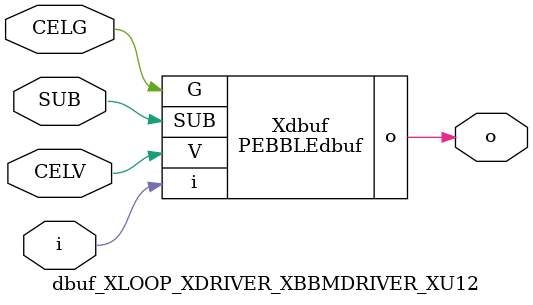
<source format=v>



module PEBBLEdbuf ( o, G, SUB, V, i );

  input V;
  input i;
  input G;
  output o;
  input SUB;
endmodule

//Celera Confidential Do Not Copy dbuf_XLOOP_XDRIVER_XBBMDRIVER_XU12
//Celera Confidential Symbol Generator
//Digital Buffer
module dbuf_XLOOP_XDRIVER_XBBMDRIVER_XU12 (CELV,CELG,i,o,SUB);
input CELV;
input CELG;
input i;
input SUB;
output o;

//Celera Confidential Do Not Copy dbuf
PEBBLEdbuf Xdbuf(
.V (CELV),
.i (i),
.o (o),
.SUB (SUB),
.G (CELG)
);
//,diesize,PEBBLEdbuf

//Celera Confidential Do Not Copy Module End
//Celera Schematic Generator
endmodule

</source>
